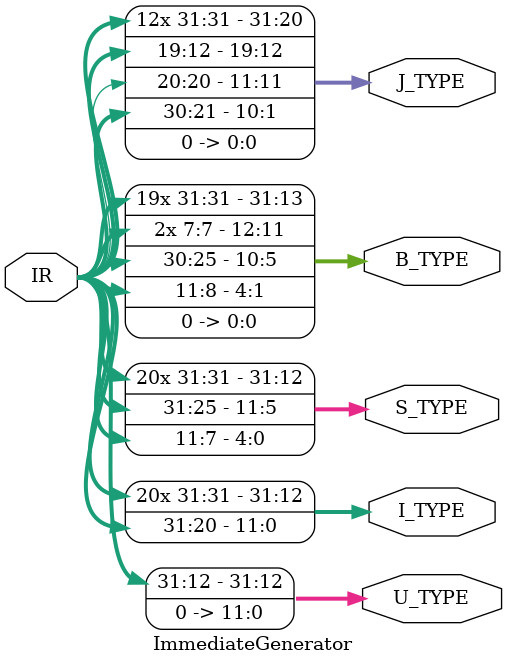
<source format=sv>
`timescale 1ns / 1ps

module ImmediateGenerator(

    input logic [31:7] IR,
    output logic [31:0] U_TYPE,
    output logic [31:0] I_TYPE,
    output logic [31:0] S_TYPE,
    output logic [31:0] B_TYPE,
    output logic [31:0] J_TYPE
    );
    
    //Assign each immediate value. 
    assign I_TYPE = {{21{IR[31]}}, {IR[30:20]}};  
    assign S_TYPE = {{21{IR[31]}}, {IR[30:25]}, {IR[11:7]}};    
    assign B_TYPE = {{20{IR[31]}}, {2{IR[7]}}, {IR[30:25]}, {IR[11:8]}, 1'b0};
    assign U_TYPE = {{IR[31:12]}, {12{1'b0}}};   
    assign J_TYPE = {{20{IR[31]}}, {IR[19:12]}, {{IR[20]}}, {IR[30:21]}, 1'b0};

 
    

endmodule

</source>
